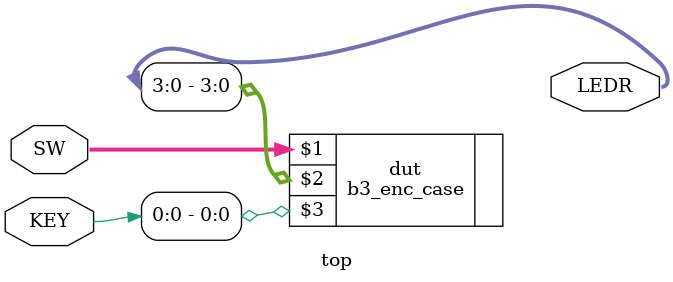
<source format=v>
module top (SW, KEY, LEDR);

    input wire [9:0] SW;        // DE-series switches
    input wire [3:0] KEY;       // DE-series pushbuttons

    output wire [9:0] LEDR;     // DE-series LEDs   

    b3_enc_case dut (SW[9:0], LEDR[3:0], KEY[0]);
 
endmodule


</source>
